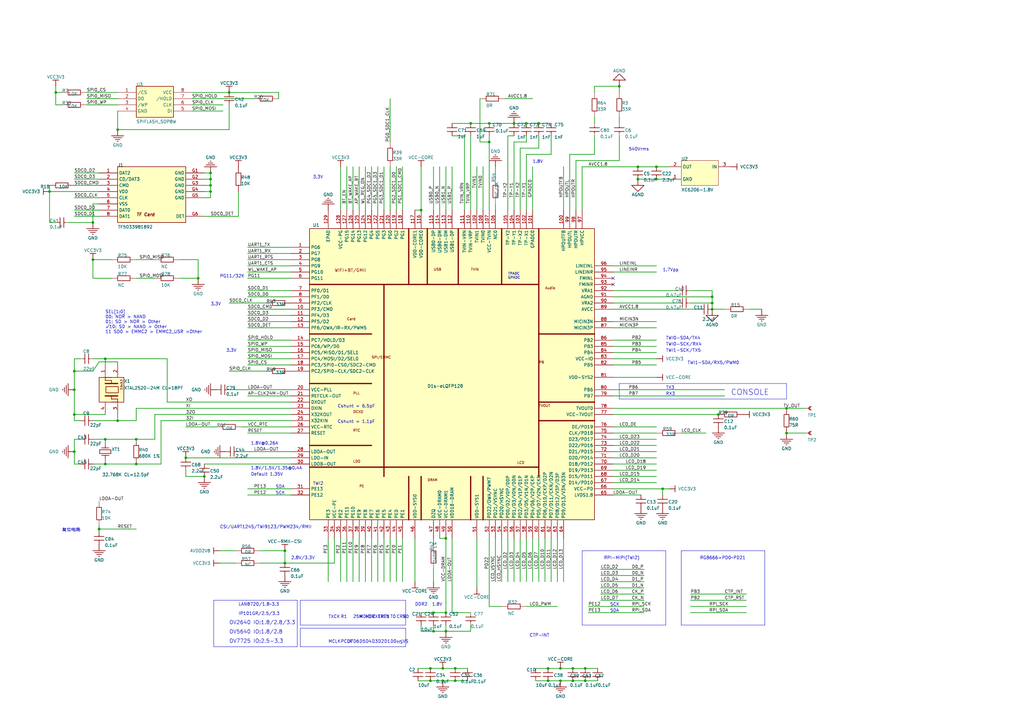
<source format=kicad_sch>
(kicad_sch (version 20211123) (generator eeschema)
  (paper "A3")
  (title_block (date "2021.12.16") (rev "V1.6"))
  (junction (at 43.18 147.1422))
  (junction (at 86.36 70.9422))
  (junction (at 55.88 190.3222))
  (junction (at 181.61 279.2222))
  (junction (at 30.48 159.8422))
  (junction (at 224.79 274.1422))
  (junction (at 30.48 152.2222))
  (junction (at 186.69 274.1422))
  (junction (at 86.36 78.5622))
  (junction (at 224.79 279.2222))
  (junction (at 83.82 195.4022))
  (junction (at 116.84 225.8822))
  (junction (at 30.48 170.0022))
  (junction (at 269.24 73.4822))
  (junction (at 200.66 58.2422))
  (junction (at 261.62 68.4022))
  (junction (at 86.36 76.0222))
  (junction (at 182.88 220.8022))
  (junction (at 269.24 68.4022))
  (junction (at 271.78 200.4822))
  (junction (at 93.98 37.9222))
  (junction (at 186.69 279.2222))
  (junction (at 38.1 91.2622))
  (junction (at 81.28 114.1222))
  (junction (at 322.58 167.4622))
  (junction (at 261.62 73.4822))
  (junction (at 234.95 274.1422))
  (junction (at 176.53 279.2222))
  (junction (at 20.32 78.5622))
  (junction (at 55.88 180.1622))
  (junction (at 176.53 274.1422))
  (junction (at 40.64 216.9922))
  (junction (at 229.87 274.1422))
  (junction (at 48.26 172.5422))
  (junction (at 210.82 50.6222))
  (junction (at 294.64 170.0022))
  (junction (at 220.98 50.6222))
  (junction (at 48.26 53.1622))
  (junction (at 193.04 50.6222))
  (junction (at 86.36 73.4822))
  (junction (at 292.1 126.8222))
  (junction (at 181.61 274.1422))
  (junction (at 234.95 279.2222))
  (junction (at 322.58 177.6222))
  (junction (at 43.18 190.3222))
  (junction (at 38.1 106.5022))
  (junction (at 30.48 185.2422))
  (junction (at 116.84 230.9622))
  (junction (at 254 35.3822))
  (junction (at 200.66 50.6222))
  (junction (at 177.8 258.9022))
  (junction (at 292.1 121.7422))
  (junction (at 229.87 279.2222))
  (junction (at 172.72 86.1822))
  (junction (at 240.03 274.1422))
  (junction (at 182.88 251.2822))
  (junction (at 292.1 124.2822))
  (junction (at 177.8 251.2822))
  (junction (at 240.03 279.2222))
  (junction (at 215.9 50.6222))
  (junction (at 22.86 37.9222))
  (junction (at 76.2 187.7822))
  (junction (at 182.88 258.9022))
  (junction (at 43.18 180.1622))
  (no_connect (at 251.46 114.1222))
  (no_connect (at 251.46 116.6622))
  (wire (pts (xy 63.5 180.1622) (xy 63.5 170.0022)) (stroke (width 0.254)))
  (wire (pts (xy 181.61 274.1422) (xy 186.69 274.1422)) (stroke (width 0.254)))
  (wire (pts (xy 224.79 279.2222) (xy 229.87 279.2222)) (stroke (width 0.254)))
  (wire (pts (xy 283.21 243.6622) (xy 306.07 243.6622)) (stroke (width 0.254)))
  (wire (pts (xy 292.1 124.2822) (xy 292.1 126.8222)) (stroke (width 0.254)))
  (polyline (pts (xy 322.58 157.3022) (xy 254 157.3022)) (stroke (width 0) (type solid)))
  (wire (pts (xy 200.66 86.1822) (xy 200.66 58.2422)) (stroke (width 0.254)))
  (wire (pts (xy 251.46 144.6022) (xy 269.24 144.6022)) (stroke (width 0.254)))
  (wire (pts (xy 81.28 106.5022) (xy 81.28 114.1222)) (stroke (width 0.254)))
  (wire (pts (xy 101.6 121.7422) (xy 119.38 121.7422)) (stroke (width 0.254)))
  (wire (pts (xy 228.6 220.8022) (xy 228.6 238.5822)) (stroke (width 0.254)))
  (wire (pts (xy 226.06 220.8022) (xy 226.06 238.5822)) (stroke (width 0.254)))
  (wire (pts (xy 264.16 238.5822) (xy 246.38 238.5822)) (stroke (width 0.254)))
  (wire (pts (xy 254 35.3822) (xy 243.84 35.3822)) (stroke (width 0.254)))
  (wire (pts (xy 182.88 251.2822) (xy 177.8 251.2822)) (stroke (width 0.254)))
  (wire (pts (xy 269.24 73.4822) (xy 261.62 73.4822)) (stroke (width 0.254)))
  (wire (pts (xy 48.26 148.4122) (xy 40.64 148.4122)) (stroke (width 0.254)))
  (wire (pts (xy 86.36 70.9422) (xy 86.36 73.4822)) (stroke (width 0.254)))
  (wire (pts (xy 101.6 149.6822) (xy 119.38 149.6822)) (stroke (width 0.254)))
  (wire (pts (xy 224.79 274.1422) (xy 229.87 274.1422)) (stroke (width 0.254)))
  (wire (pts (xy 251.46 197.9422) (xy 269.24 197.9422)) (stroke (width 0.254)))
  (wire (pts (xy 38.1 106.5022) (xy 45.72 106.5022)) (stroke (width 0.254)))
  (wire (pts (xy 208.28 86.1822) (xy 208.28 55.7022)) (stroke (width 0.254)))
  (wire (pts (xy 149.86 220.8022) (xy 149.86 238.5822)) (stroke (width 0.254)))
  (wire (pts (xy 78.74 43.0022) (xy 91.44 43.0022)) (stroke (width 0.254)))
  (wire (pts (xy 22.86 37.9222) (xy 22.86 43.0022)) (stroke (width 0.254)))
  (wire (pts (xy 220.98 60.7822) (xy 220.98 55.7022)) (stroke (width 0.254)))
  (wire (pts (xy 172.72 86.1822) (xy 170.18 86.1822)) (stroke (width 0.254)))
  (wire (pts (xy 157.48 220.8022) (xy 157.48 238.5822)) (stroke (width 0.254)))
  (wire (pts (xy 176.53 274.1422) (xy 181.61 274.1422)) (stroke (width 0.254)))
  (wire (pts (xy 193.04 251.2822) (xy 185.42 251.2822)) (stroke (width 0.254)))
  (wire (pts (xy 86.36 78.5622) (xy 86.36 76.0222)) (stroke (width 0.254)))
  (wire (pts (xy 251.46 190.3222) (xy 269.24 190.3222)) (stroke (width 0.254)))
  (wire (pts (xy 234.95 279.2222) (xy 240.03 279.2222)) (stroke (width 0.254)))
  (wire (pts (xy 207.01 40.4622) (xy 218.44 40.4622)) (stroke (width 0.254)))
  (wire (pts (xy 55.88 106.5022) (xy 63.5 106.5022)) (stroke (width 0.254)))
  (wire (pts (xy 83.82 88.7222) (xy 97.79 88.7222)) (stroke (width 0.254)))
  (wire (pts (xy 30.48 185.2422) (xy 30.48 190.3222)) (stroke (width 0.254)))
  (wire (pts (xy 251.46 159.8422) (xy 297.18 159.8422)) (stroke (width 0.254)))
  (wire (pts (xy 149.86 68.4022) (xy 149.86 86.1822)) (stroke (width 0.254)))
  (wire (pts (xy 76.2 195.4022) (xy 83.82 195.4022)) (stroke (width 0.254)))
  (wire (pts (xy 83.82 81.1022) (xy 86.36 81.1022)) (stroke (width 0.254)))
  (wire (pts (xy 200.66 220.8022) (xy 200.66 248.7422)) (stroke (width 0.254)))
  (wire (pts (xy 283.21 119.2022) (xy 292.1 119.2022)) (stroke (width 0.254)))
  (wire (pts (xy 30.48 170.0022) (xy 30.48 159.8422)) (stroke (width 0.254)))
  (wire (pts (xy 48.26 149.6822) (xy 48.26 148.4122)) (stroke (width 0.254)))
  (polyline (pts (xy 238.76 256.3622) (xy 273.05 256.3622)) (stroke (width 0) (type solid)))
  (wire (pts (xy 101.6 103.9622) (xy 119.38 103.9622)) (stroke (width 0.254)))
  (wire (pts (xy 30.48 159.8422) (xy 30.48 152.2222)) (stroke (width 0.254)))
  (wire (pts (xy 101.6 111.5822) (xy 119.38 111.5822)) (stroke (width 0.254)))
  (wire (pts (xy 251.46 131.9022) (xy 269.24 131.9022)) (stroke (width 0.254)))
  (wire (pts (xy 119.38 162.3822) (xy 101.6 162.3822)) (stroke (width 0.254)))
  (wire (pts (xy 48.26 53.1622) (xy 93.98 53.1622)) (stroke (width 0.254)))
  (wire (pts (xy 246.38 246.2022) (xy 264.16 246.2022)) (stroke (width 0.254)))
  (wire (pts (xy 229.87 279.2222) (xy 234.95 279.2222)) (stroke (width 0.254)))
  (polyline (pts (xy 238.76 256.3622) (xy 238.76 225.8822)) (stroke (width 0) (type solid)))
  (wire (pts (xy 157.48 68.4022) (xy 157.48 86.1822)) (stroke (width 0.254)))
  (wire (pts (xy 292.1 119.2022) (xy 292.1 121.7422)) (stroke (width 0.254)))
  (wire (pts (xy 193.04 55.7022) (xy 193.04 86.1822)) (stroke (width 0.254)))
  (wire (pts (xy 43.18 147.1422) (xy 38.1 147.1422)) (stroke (width 0.254)))
  (wire (pts (xy 38.1 152.2222) (xy 30.48 152.2222)) (stroke (width 0.254)))
  (wire (pts (xy 30.48 147.1422) (xy 33.02 147.1422)) (stroke (width 0.254)))
  (wire (pts (xy 177.8 238.5822) (xy 177.8 233.5022)) (stroke (width 0.254)))
  (wire (pts (xy 182.88 220.8022) (xy 182.88 251.2822)) (stroke (width 0.254)))
  (wire (pts (xy 171.45 274.1422) (xy 176.53 274.1422)) (stroke (width 0.254)))
  (wire (pts (xy 196.85 58.2422) (xy 200.66 58.2422)) (stroke (width 0.254)))
  (wire (pts (xy 40.64 76.0222) (xy 30.48 76.0222)) (stroke (width 0.254)))
  (wire (pts (xy 101.6 144.6022) (xy 119.38 144.6022)) (stroke (width 0.254)))
  (wire (pts (xy 144.78 220.8022) (xy 144.78 238.5822)) (stroke (width 0.254)))
  (wire (pts (xy 38.1 91.2622) (xy 38.1 83.6422)) (stroke (width 0.254)))
  (wire (pts (xy 119.38 177.6222) (xy 101.6 177.6222)) (stroke (width 0.254)))
  (wire (pts (xy 83.82 73.4822) (xy 86.36 73.4822)) (stroke (width 0.254)))
  (wire (pts (xy 78.74 45.5422) (xy 91.44 45.5422)) (stroke (width 0.254)))
  (wire (pts (xy 22.86 43.0022) (xy 25.4 43.0022)) (stroke (width 0.254)))
  (wire (pts (xy 171.45 279.2222) (xy 176.53 279.2222)) (stroke (width 0.254)))
  (wire (pts (xy 38.1 83.6422) (xy 40.64 83.6422)) (stroke (width 0.254)))
  (wire (pts (xy 292.1 121.7422) (xy 292.1 124.2822)) (stroke (width 0.254)))
  (wire (pts (xy 210.82 58.2422) (xy 215.9 58.2422)) (stroke (width 0.254)))
  (wire (pts (xy 40.64 148.4122) (xy 38.1 152.2222)) (stroke (width 0.254)))
  (wire (pts (xy 43.18 190.3222) (xy 38.1 190.3222)) (stroke (width 0.254)))
  (wire (pts (xy 251.46 167.4622) (xy 322.58 167.4622)) (stroke (width 0.254)))
  (wire (pts (xy 251.46 147.1422) (xy 269.24 147.1422)) (stroke (width 0.254)))
  (polyline (pts (xy 254 163.6522) (xy 322.58 163.6522)) (stroke (width 0) (type solid)))
  (wire (pts (xy 160.02 58.2422) (xy 160.02 40.4622)) (stroke (width 0.254)))
  (wire (pts (xy 101.6 142.0622) (xy 119.38 142.0622)) (stroke (width 0.254)))
  (polyline (pts (xy 273.05 225.8822) (xy 273.05 256.3622)) (stroke (width 0) (type solid)))
  (wire (pts (xy 254 48.0822) (xy 254 50.6222)) (stroke (width 0.254)))
  (wire (pts (xy 243.84 35.3822) (xy 243.84 37.9222)) (stroke (width 0.254)))
  (wire (pts (xy 93.98 159.8422) (xy 119.38 159.8422)) (stroke (width 0.254)))
  (wire (pts (xy 101.6 106.5022) (xy 119.38 106.5022)) (stroke (width 0.254)))
  (wire (pts (xy 236.22 65.8622) (xy 254 65.8622)) (stroke (width 0.254)))
  (wire (pts (xy 218.44 220.8022) (xy 218.44 238.5822)) (stroke (width 0.254)))
  (wire (pts (xy 30.48 152.2222) (xy 30.48 147.1422)) (stroke (width 0.254)))
  (wire (pts (xy 251.46 126.8222) (xy 287.02 126.8222)) (stroke (width 0.254)))
  (wire (pts (xy 238.76 86.1822) (xy 238.76 68.4022)) (stroke (width 0.254)))
  (wire (pts (xy 195.58 241.1222) (xy 195.58 220.8022)) (stroke (width 0.254)))
  (wire (pts (xy 322.58 167.4622) (xy 330.2 167.4622)) (stroke (width 0.254)))
  (wire (pts (xy 215.9 63.3222) (xy 226.06 63.3222)) (stroke (width 0.254)))
  (wire (pts (xy 86.36 81.1022) (xy 86.36 78.5622)) (stroke (width 0.254)))
  (wire (pts (xy 101.6 139.5222) (xy 119.38 139.5222)) (stroke (width 0.254)))
  (wire (pts (xy 119.38 190.3222) (xy 83.82 190.3222)) (stroke (width 0.254)))
  (polyline (pts (xy 322.58 157.3022) (xy 322.58 163.6522)) (stroke (width 0) (type solid)))
  (wire (pts (xy 55.88 180.1622) (xy 63.5 180.1622)) (stroke (width 0.254)))
  (wire (pts (xy 55.88 167.4622) (xy 55.88 172.5422)) (stroke (width 0.254)))
  (wire (pts (xy 147.32 220.8022) (xy 147.32 238.5822)) (stroke (width 0.254)))
  (wire (pts (xy 139.7 68.4022) (xy 139.7 86.1822)) (stroke (width 0.254)))
  (wire (pts (xy 210.82 86.1822) (xy 210.82 58.2422)) (stroke (width 0.254)))
  (wire (pts (xy 48.26 37.9222) (xy 35.56 37.9222)) (stroke (width 0.254)))
  (wire (pts (xy 119.38 203.0222) (xy 101.6 203.0222)) (stroke (width 0.254)))
  (wire (pts (xy 264.16 233.5022) (xy 246.38 233.5022)) (stroke (width 0.254)))
  (wire (pts (xy 101.6 129.3622) (xy 119.38 129.3622)) (stroke (width 0.254)))
  (wire (pts (xy 240.03 274.1422) (xy 245.11 274.1422)) (stroke (width 0.254)))
  (wire (pts (xy 30.48 172.5422) (xy 30.48 170.0022)) (stroke (width 0.254)))
  (wire (pts (xy 101.6 101.4222) (xy 119.38 101.4222)) (stroke (width 0.254)))
  (wire (pts (xy 264.16 236.0422) (xy 246.38 236.0422)) (stroke (width 0.254)))
  (wire (pts (xy 251.46 162.3822) (xy 297.18 162.3822)) (stroke (width 0.254)))
  (wire (pts (xy 264.16 241.1222) (xy 246.38 241.1222)) (stroke (width 0.254)))
  (wire (pts (xy 220.98 50.6222) (xy 226.06 50.6222)) (stroke (width 0.254)))
  (wire (pts (xy 251.46 185.2422) (xy 269.24 185.2422)) (stroke (width 0.254)))
  (wire (pts (xy 215.9 220.8022) (xy 215.9 238.5822)) (stroke (width 0.254)))
  (wire (pts (xy 76.2 192.8622) (xy 76.2 195.4022)) (stroke (width 0.254)))
  (wire (pts (xy 48.26 170.0022) (xy 48.26 172.5422)) (stroke (width 0.254)))
  (wire (pts (xy 251.46 203.0222) (xy 262.89 203.0222)) (stroke (width 0.254)))
  (wire (pts (xy 25.4 37.9222) (xy 22.86 37.9222)) (stroke (width 0.254)))
  (wire (pts (xy 116.84 225.8822) (xy 116.84 230.9622)) (stroke (width 0.254)))
  (wire (pts (xy 203.2 73.4822) (xy 203.2 68.4022)) (stroke (width 0.254)))
  (wire (pts (xy 251.46 139.5222) (xy 269.24 139.5222)) (stroke (width 0.254)))
  (wire (pts (xy 55.88 172.5422) (xy 48.26 172.5422)) (stroke (width 0.254)))
  (polyline (pts (xy 313.69 225.8822) (xy 313.69 256.3622)) (stroke (width 0) (type solid)))
  (polyline (pts (xy 123.19 256.3622) (xy 166.37 256.3622)) (stroke (width 0) (type solid)))
  (wire (pts (xy 90.17 225.8822) (xy 96.52 225.8822)) (stroke (width 0.254)))
  (wire (pts (xy 172.72 256.3622) (xy 172.72 258.9022)) (stroke (width 0.254)))
  (wire (pts (xy 40.64 81.1022) (xy 30.48 81.1022)) (stroke (width 0.254)))
  (wire (pts (xy 38.1 114.1222) (xy 38.1 106.5022)) (stroke (width 0.254)))
  (wire (pts (xy 154.94 220.8022) (xy 154.94 238.5822)) (stroke (width 0.254)))
  (wire (pts (xy 213.36 86.1822) (xy 213.36 60.7822)) (stroke (width 0.254)))
  (wire (pts (xy 162.56 68.4022) (xy 162.56 86.1822)) (stroke (width 0.254)))
  (wire (pts (xy 251.46 175.0822) (xy 269.24 175.0822)) (stroke (width 0.254)))
  (wire (pts (xy 172.72 68.4022) (xy 172.72 86.1822)) (stroke (width 0.254)))
  (wire (pts (xy 20.32 76.0222) (xy 20.32 78.5622)) (stroke (width 0.254)))
  (wire (pts (xy 185.42 50.6222) (xy 193.04 50.6222)) (stroke (width 0.254)))
  (wire (pts (xy 223.52 220.8022) (xy 223.52 238.5822)) (stroke (width 0.254)))
  (wire (pts (xy 226.06 63.3222) (xy 226.06 55.7022)) (stroke (width 0.254)))
  (wire (pts (xy 292.1 126.8222) (xy 297.18 126.8222)) (stroke (width 0.254)))
  (wire (pts (xy 177.8 68.4022) (xy 177.8 86.1822)) (stroke (width 0.254)))
  (wire (pts (xy 251.46 119.2022) (xy 278.13 119.2022)) (stroke (width 0.254)))
  (wire (pts (xy 78.74 37.9222) (xy 93.98 37.9222)) (stroke (width 0.254)))
  (polyline (pts (xy 279.4 256.3622) (xy 313.69 256.3622)) (stroke (width 0) (type solid)))
  (wire (pts (xy 233.68 86.1822) (xy 233.68 63.3222)) (stroke (width 0.254)))
  (wire (pts (xy 137.16 230.9622) (xy 137.16 220.8022)) (stroke (width 0.254)))
  (wire (pts (xy 186.69 279.2222) (xy 191.77 279.2222)) (stroke (width 0.254)))
  (wire (pts (xy 234.95 274.1422) (xy 240.03 274.1422)) (stroke (width 0.254)))
  (wire (pts (xy 181.61 279.2222) (xy 186.69 279.2222)) (stroke (width 0.254)))
  (polyline (pts (xy 166.37 246.2022) (xy 123.19 246.2022)) (stroke (width 0) (type solid)))
  (wire (pts (xy 190.5 55.7022) (xy 185.42 55.7022)) (stroke (width 0.254)))
  (wire (pts (xy 101.6 126.8222) (xy 119.38 126.8222)) (stroke (width 0.254)))
  (wire (pts (xy 90.17 230.9622) (xy 96.52 230.9622)) (stroke (width 0.254)))
  (wire (pts (xy 219.71 274.1422) (xy 224.79 274.1422)) (stroke (width 0.254)))
  (wire (pts (xy 40.64 88.7222) (xy 30.48 88.7222)) (stroke (width 0.254)))
  (wire (pts (xy 43.18 149.6822) (xy 43.18 147.1422)) (stroke (width 0.254)))
  (wire (pts (xy 185.42 251.2822) (xy 185.42 220.8022)) (stroke (width 0.254)))
  (wire (pts (xy 177.8 251.2822) (xy 172.72 251.2822)) (stroke (width 0.254)))
  (wire (pts (xy 215.9 58.2422) (xy 215.9 55.7022)) (stroke (width 0.254)))
  (wire (pts (xy 119.38 167.4622) (xy 55.88 167.4622)) (stroke (width 0.254)))
  (wire (pts (xy 66.04 172.5422) (xy 66.04 190.3222)) (stroke (width 0.254)))
  (wire (pts (xy 114.3 37.9222) (xy 93.98 37.9222)) (stroke (width 0.254)))
  (wire (pts (xy 182.88 68.4022) (xy 182.88 86.1822)) (stroke (width 0.254)))
  (wire (pts (xy 101.6 119.2022) (xy 119.38 119.2022)) (stroke (width 0.254)))
  (wire (pts (xy 27.94 91.2622) (xy 38.1 91.2622)) (stroke (width 0.254)))
  (wire (pts (xy 119.38 164.9222) (xy 68.58 164.9222)) (stroke (width 0.254)))
  (wire (pts (xy 48.26 40.4622) (xy 35.56 40.4622)) (stroke (width 0.254)))
  (wire (pts (xy 30.48 180.1622) (xy 30.48 185.2422)) (stroke (width 0.254)))
  (wire (pts (xy 200.66 58.2422) (xy 200.66 55.7022)) (stroke (width 0.254)))
  (wire (pts (xy 43.18 180.1622) (xy 55.88 180.1622)) (stroke (width 0.254)))
  (wire (pts (xy 330.2 177.6222) (xy 322.58 177.6222)) (stroke (width 0.254)))
  (wire (pts (xy 144.78 68.4022) (xy 144.78 86.1822)) (stroke (width 0.254)))
  (wire (pts (xy 68.58 147.1422) (xy 43.18 147.1422)) (stroke (width 0.254)))
  (polyline (pts (xy 166.37 257.6322) (xy 166.37 265.2522)) (stroke (width 0) (type solid)))
  (wire (pts (xy 147.32 68.4022) (xy 147.32 86.1822)) (stroke (width 0.254)))
  (wire (pts (xy 283.21 248.7422) (xy 306.07 248.7422)) (stroke (width 0.254)))
  (polyline (pts (xy 123.19 265.2522) (xy 123.19 257.6322)) (stroke (width 0) (type solid)))
  (wire (pts (xy 176.53 279.2222) (xy 181.61 279.2222)) (stroke (width 0.254)))
  (wire (pts (xy 208.28 220.8022) (xy 208.28 238.5822)) (stroke (width 0.254)))
  (wire (pts (xy 215.9 50.6222) (xy 220.98 50.6222)) (stroke (width 0.254)))
  (wire (pts (xy 48.26 43.0022) (xy 35.56 43.0022)) (stroke (width 0.254)))
  (wire (pts (xy 251.46 180.1622) (xy 269.24 180.1622)) (stroke (width 0.254)))
  (wire (pts (xy 279.4 177.6222) (xy 289.56 177.6222)) (stroke (width 0.254)))
  (wire (pts (xy 33.02 180.1622) (xy 30.48 180.1622)) (stroke (width 0.254)))
  (wire (pts (xy 40.64 70.9422) (xy 30.48 70.9422)) (stroke (width 0.254)))
  (wire (pts (xy 233.68 63.3222) (xy 243.84 63.3222)) (stroke (width 0.254)))
  (wire (pts (xy 180.34 68.4022) (xy 180.34 86.1822)) (stroke (width 0.254)))
  (wire (pts (xy 186.69 274.1422) (xy 191.77 274.1422)) (stroke (width 0.254)))
  (wire (pts (xy 219.71 279.2222) (xy 224.79 279.2222)) (stroke (width 0.254)))
  (wire (pts (xy 93.98 53.1622) (xy 93.98 43.0022)) (stroke (width 0.254)))
  (wire (pts (xy 180.34 220.8022) (xy 182.88 220.8022)) (stroke (width 0.254)))
  (wire (pts (xy 101.6 131.9022) (xy 119.38 131.9022)) (stroke (width 0.254)))
  (wire (pts (xy 40.64 73.4822) (xy 30.48 73.4822)) (stroke (width 0.254)))
  (wire (pts (xy 200.66 50.6222) (xy 210.82 50.6222)) (stroke (width 0.254)))
  (wire (pts (xy 101.6 147.1422) (xy 119.38 147.1422)) (stroke (width 0.254)))
  (wire (pts (xy 231.14 220.8022) (xy 231.14 238.5822)) (stroke (width 0.254)))
  (wire (pts (xy 33.02 172.5422) (xy 30.48 172.5422)) (stroke (width 0.254)))
  (wire (pts (xy 236.22 86.1822) (xy 236.22 65.8622)) (stroke (width 0.254)))
  (wire (pts (xy 48.26 45.5422) (xy 48.26 53.1622)) (stroke (width 0.254)))
  (wire (pts (xy 269.24 68.4022) (xy 274.32 68.4022)) (stroke (width 0.254)))
  (wire (pts (xy 48.26 172.5422) (xy 38.1 172.5422)) (stroke (width 0.254)))
  (wire (pts (xy 229.87 274.1422) (xy 234.95 274.1422)) (stroke (width 0.254)))
  (wire (pts (xy 203.2 220.8022) (xy 203.2 238.5822)) (stroke (width 0.254)))
  (wire (pts (xy 182.88 256.3622) (xy 182.88 258.9022)) (stroke (width 0.254)))
  (wire (pts (xy 177.8 256.3622) (xy 177.8 258.9022)) (stroke (width 0.254)))
  (wire (pts (xy 251.46 154.7622) (xy 269.24 154.7622)) (stroke (width 0.254)))
  (wire (pts (xy 271.78 200.4822) (xy 274.32 200.4822)) (stroke (width 0.254)))
  (wire (pts (xy 195.58 68.4022) (xy 195.58 86.1822)) (stroke (width 0.254)))
  (wire (pts (xy 106.68 230.9622) (xy 116.84 230.9622)) (stroke (width 0.254)))
  (wire (pts (xy 142.24 68.4022) (xy 142.24 86.1822)) (stroke (width 0.254)))
  (polyline (pts (xy 313.69 225.8822) (xy 279.4 225.8822)) (stroke (width 0) (type solid)))
  (wire (pts (xy 81.28 114.1222) (xy 73.66 114.1222)) (stroke (width 0.254)))
  (wire (pts (xy 63.5 170.0022) (xy 119.38 170.0022)) (stroke (width 0.254)))
  (wire (pts (xy 251.46 187.7822) (xy 269.24 187.7822)) (stroke (width 0.254)))
  (wire (pts (xy 251.46 111.5822) (xy 269.24 111.5822)) (stroke (width 0.254)))
  (wire (pts (xy 210.82 50.6222) (xy 215.9 50.6222)) (stroke (width 0.254)))
  (wire (pts (xy 198.12 68.4022) (xy 198.12 86.1822)) (stroke (width 0.254)))
  (wire (pts (xy 283.21 246.2022) (xy 306.07 246.2022)) (stroke (width 0.254)))
  (wire (pts (xy 251.46 121.7422) (xy 292.1 121.7422)) (stroke (width 0.254)))
  (wire (pts (xy 40.64 78.5622) (xy 20.32 78.5622)) (stroke (width 0.254)))
  (wire (pts (xy 190.5 86.1822) (xy 190.5 55.7022)) (stroke (width 0.254)))
  (wire (pts (xy 99.06 175.0822) (xy 119.38 175.0822)) (stroke (width 0.254)))
  (wire (pts (xy 218.44 86.1822) (xy 218.44 68.4022)) (stroke (width 0.254)))
  (wire (pts (xy 66.04 190.3222) (xy 55.88 190.3222)) (stroke (width 0.254)))
  (wire (pts (xy 193.04 258.9022) (xy 193.04 256.3622)) (stroke (width 0.254)))
  (wire (pts (xy 45.72 114.1222) (xy 38.1 114.1222)) (stroke (width 0.254)))
  (wire (pts (xy 251.46 182.7022) (xy 269.24 182.7022)) (stroke (width 0.254)))
  (wire (pts (xy 251.46 134.4422) (xy 269.24 134.4422)) (stroke (width 0.254)))
  (polyline (pts (xy 279.4 256.3622) (xy 279.4 225.8822)) (stroke (width 0) (type solid)))
  (wire (pts (xy 93.98 124.2822) (xy 109.22 124.2822)) (stroke (width 0.254)))
  (wire (pts (xy 261.62 68.4022) (xy 269.24 68.4022)) (stroke (width 0.254)))
  (wire (pts (xy 231.14 68.4022) (xy 231.14 86.1822)) (stroke (width 0.254)))
  (wire (pts (xy 251.46 200.4822) (xy 271.78 200.4822)) (stroke (width 0.254)))
  (polyline (pts (xy 166.37 257.6322) (xy 123.19 257.6322)) (stroke (width 0) (type solid)))
  (polyline (pts (xy 121.92 246.2022) (xy 87.63 246.2022)) (stroke (width 0) (type solid)))
  (wire (pts (xy 101.6 114.1222) (xy 119.38 114.1222)) (stroke (width 0.254)))
  (wire (pts (xy 134.62 220.8022) (xy 134.62 238.5822)) (stroke (width 0.254)))
  (wire (pts (xy 170.18 220.8022) (xy 170.18 238.5822)) (stroke (width 0.254)))
  (wire (pts (xy 251.46 109.0422) (xy 269.24 109.0422)) (stroke (width 0.254)))
  (wire (pts (xy 83.82 78.5622) (xy 86.36 78.5622)) (stroke (width 0.254)))
  (wire (pts (xy 165.1 68.4022) (xy 165.1 86.1822)) (stroke (width 0.254)))
  (wire (pts (xy 283.21 251.2822) (xy 306.07 251.2822)) (stroke (width 0.254)))
  (wire (pts (xy 20.32 91.2622) (xy 22.86 91.2622)) (stroke (width 0.254)))
  (wire (pts (xy 30.48 190.3222) (xy 33.02 190.3222)) (stroke (width 0.254)))
  (wire (pts (xy 254 37.9222) (xy 254 35.3822)) (stroke (width 0.254)))
  (polyline (pts (xy 121.92 246.2022) (xy 121.92 265.2522)) (stroke (width 0) (type solid)))
  (wire (pts (xy 251.46 124.2822) (xy 278.13 124.2822)) (stroke (width 0.254)))
  (wire (pts (xy 83.82 70.9422) (xy 86.36 70.9422)) (stroke (width 0.254)))
  (wire (pts (xy 215.9 248.7422) (xy 228.6 248.7422)) (stroke (width 0.254)))
  (wire (pts (xy 177.8 258.9022) (xy 182.88 258.9022)) (stroke (width 0.254)))
  (polyline (pts (xy 273.05 225.8822) (xy 238.76 225.8822)) (stroke (width 0) (type solid)))
  (wire (pts (xy 38.1 180.1622) (xy 43.18 180.1622)) (stroke (width 0.254)))
  (wire (pts (xy 119.38 172.5422) (xy 66.04 172.5422)) (stroke (width 0.254)))
  (wire (pts (xy 210.82 220.8022) (xy 210.82 238.5822)) (stroke (width 0.254)))
  (wire (pts (xy 251.46 170.0022) (xy 294.64 170.0022)) (stroke (width 0.254)))
  (wire (pts (xy 215.9 86.1822) (xy 215.9 63.3222)) (stroke (width 0.254)))
  (wire (pts (xy 274.32 73.4822) (xy 269.24 73.4822)) (stroke (width 0.254)))
  (wire (pts (xy 196.85 40.4622) (xy 196.85 58.2422)) (stroke (width 0.254)))
  (wire (pts (xy 160.02 86.1822) (xy 160.02 68.4022)) (stroke (width 0.254)))
  (polyline (pts (xy 123.19 256.3622) (xy 123.19 246.2022)) (stroke (width 0) (type solid)))
  (wire (pts (xy 40.64 215.7222) (xy 40.64 216.9922)) (stroke (width 0.254)))
  (wire (pts (xy 55.88 190.3222) (xy 43.18 190.3222)) (stroke (width 0.254)))
  (wire (pts (xy 55.88 114.1222) (xy 63.5 114.1222)) (stroke (width 0.254)))
  (wire (pts (xy 307.34 126.8222) (xy 312.42 126.8222)) (stroke (width 0.254)))
  (wire (pts (xy 208.28 55.7022) (xy 210.82 55.7022)) (stroke (width 0.254)))
  (wire (pts (xy 86.36 76.0222) (xy 83.82 76.0222)) (stroke (width 0.254)))
  (wire (pts (xy 251.46 177.6222) (xy 269.24 177.6222)) (stroke (width 0.254)))
  (wire (pts (xy 43.18 170.0022) (xy 30.48 170.0022)) (stroke (width 0.254)))
  (wire (pts (xy 172.72 258.9022) (xy 177.8 258.9022)) (stroke (width 0.254)))
  (wire (pts (xy 251.46 149.6822) (xy 269.24 149.6822)) (stroke (width 0.254)))
  (wire (pts (xy 40.64 86.1822) (xy 30.48 86.1822)) (stroke (width 0.254)))
  (wire (pts (xy 200.66 248.7422) (xy 205.74 248.7422)) (stroke (width 0.254)))
  (wire (pts (xy 86.36 73.4822) (xy 86.36 76.0222)) (stroke (width 0.254)))
  (wire (pts (xy 101.6 109.0422) (xy 119.38 109.0422)) (stroke (width 0.254)))
  (wire (pts (xy 97.79 88.7222) (xy 97.79 78.5622)) (stroke (width 0.254)))
  (polyline (pts (xy 166.37 246.2022) (xy 166.37 256.3622)) (stroke (width 0) (type solid)))
  (wire (pts (xy 193.04 50.6222) (xy 200.66 50.6222)) (stroke (width 0.254)))
  (wire (pts (xy 238.76 68.4022) (xy 261.62 68.4022)) (stroke (width 0.254)))
  (wire (pts (xy 160.02 220.8022) (xy 160.02 238.5822)) (stroke (width 0.254)))
  (wire (pts (xy 114.3 40.4622) (xy 114.3 37.9222)) (stroke (width 0.254)))
  (wire (pts (xy 119.38 187.7822) (xy 76.2 187.7822)) (stroke (width 0.254)))
  (wire (pts (xy 142.24 220.8022) (xy 142.24 238.5822)) (stroke (width 0.254)))
  (wire (pts (xy 76.2 175.0822) (xy 88.9 175.0822)) (stroke (width 0.254)))
  (wire (pts (xy 22.86 35.3822) (xy 22.86 37.9222)) (stroke (width 0.254)))
  (wire (pts (xy 251.46 195.4022) (xy 269.24 195.4022)) (stroke (width 0.254)))
  (wire (pts (xy 241.3 251.2822) (xy 264.16 251.2822)) (stroke (width 0.254)))
  (polyline (pts (xy 87.63 265.2522) (xy 87.63 246.2022)) (stroke (width 0) (type solid)))
  (wire (pts (xy 251.46 192.8622) (xy 269.24 192.8622)) (stroke (width 0.254)))
  (wire (pts (xy 220.98 220.8022) (xy 220.98 238.5822)) (stroke (width 0.254)))
  (wire (pts (xy 154.94 68.4022) (xy 154.94 86.1822)) (stroke (width 0.254)))
  (wire (pts (xy 73.66 106.5022) (xy 81.28 106.5022)) (stroke (width 0.254)))
  (wire (pts (xy 119.38 185.2422) (xy 97.79 185.2422)) (stroke (width 0.254)))
  (wire (pts (xy 251.46 142.0622) (xy 269.24 142.0622)) (stroke (width 0.254)))
  (wire (pts (xy 271.78 203.0222) (xy 271.78 200.4822)) (stroke (width 0.254)))
  (wire (pts (xy 101.6 134.4422) (xy 119.38 134.4422)) (stroke (width 0.254)))
  (polyline (pts (xy 254 163.6522) (xy 254 157.3022)) (stroke (width 0) (type solid)))
  (wire (pts (xy 243.84 50.6222) (xy 243.84 48.0822)) (stroke (width 0.254)))
  (wire (pts (xy 203.2 83.6422) (xy 203.2 86.1822)) (stroke (width 0.254)))
  (wire (pts (xy 40.64 216.9922) (xy 40.64 218.2622)) (stroke (width 0.254)))
  (wire (pts (xy 165.1 220.8022) (xy 165.1 238.5822)) (stroke (width 0.254)))
  (wire (pts (xy 139.7 220.8022) (xy 139.7 238.5822)) (stroke (width 0.254)))
  (wire (pts (xy 152.4 220.8022) (xy 152.4 238.5822)) (stroke (width 0.254)))
  (wire (pts (xy 243.84 63.3222) (xy 243.84 55.7022)) (stroke (width 0.254)))
  (polyline (pts (xy 123.19 265.2522) (xy 166.37 265.2522)) (stroke (width 0) (type solid)))
  (wire (pts (xy 241.3 248.7422) (xy 264.16 248.7422)) (stroke (width 0.254)))
  (wire (pts (xy 109.22 152.2222) (xy 93.98 152.2222)) (stroke (width 0.254)))
  (wire (pts (xy 68.58 164.9222) (xy 68.58 147.1422)) (stroke (width 0.254)))
  (wire (pts (xy 106.68 225.8822) (xy 116.84 225.8822)) (stroke (width 0.254)))
  (wire (pts (xy 78.74 40.4622) (xy 104.14 40.4622)) (stroke (width 0.254)))
  (wire (pts (xy 177.8 223.3422) (xy 177.8 220.8022)) (stroke (width 0.254)))
  (wire (pts (xy 119.38 200.4822) (xy 101.6 200.4822)) (stroke (width 0.254)))
  (wire (pts (xy 254 65.8622) (xy 254 55.7022)) (stroke (width 0.254)))
  (wire (pts (xy 240.03 279.2222) (xy 245.11 279.2222)) (stroke (width 0.254)))
  (wire (pts (xy 162.56 220.8022) (xy 162.56 238.5822)) (stroke (width 0.254)))
  (polyline (pts (xy 87.63 265.2522) (xy 121.92 265.2522)) (stroke (width 0) (type solid)))
  (wire (pts (xy 213.36 60.7822) (xy 220.98 60.7822)) (stroke (width 0.254)))
  (wire (pts (xy 116.84 230.9622) (xy 137.16 230.9622)) (stroke (width 0.254)))
  (wire (pts (xy 20.32 78.5622) (xy 20.32 91.2622)) (stroke (width 0.254)))
  (wire (pts (xy 40.64 216.9922) (xy 55.88 216.9922)) (stroke (width 0.254)))
  (wire (pts (xy 283.21 124.2822) (xy 292.1 124.2822)) (stroke (width 0.254)))
  (wire (pts (xy 185.42 68.4022) (xy 185.42 86.1822)) (stroke (width 0.254)))
  (wire (pts (xy 213.36 220.8022) (xy 213.36 238.5822)) (stroke (width 0.254)))
  (wire (pts (xy 152.4 68.4022) (xy 152.4 86.1822)) (stroke (width 0.254)))
  (wire (pts (xy 182.88 258.9022) (xy 193.04 258.9022)) (stroke (width 0.254)))
  (wire (pts (xy 205.74 220.8022) (xy 205.74 238.5822)) (stroke (width 0.254)))
  (wire (pts (xy 264.16 243.6622) (xy 246.38 243.6622)) (stroke (width 0.254)))
  (text "D7" (at 142.24 263.9822 180) (effects (font (size 1.27 1.27)) (justify left bottom)))
  (text "TWI1-SDA/RX5/PWM0" (at 281.94 149.6822 180) (effects (font (size 1.27 1.27)) (justify left bottom)))
  (text "OV7725 IO:2.5-3.3" (at 93.98 263.9822 180) (effects (font (size 1.524 1.524)) (justify left bottom)))
  (text "PCLK" (at 139.7 263.9822 180) (effects (font (size 1.27 1.27)) (justify left bottom)))
  (text "1.8V@0.26A" (at 102.87 182.7022 180) (effects (font (size 1.27 1.27)) (justify left bottom)))
  (text "RX3" (at 273.05 162.3822 180) (effects (font (size 1.27 1.27)) (justify left bottom)))
  (text "PG11/32K" (at 90.17 114.1222 180) (effects (font (size 1.27 1.27)) (justify left bottom)))
  (text "LAN8720/1.8~3.3" (at 97.79 248.7422 180) (effects (font (size 1.27 1.27)) (justify left bottom)))
  (text "TX3" (at 273.05 159.8422 180) (effects (font (size 1.27 1.27)) (justify left bottom)))
  (text "3.3V" (at 128.27 73.4822 180) (effects (font (size 1.27 1.27)) (justify left bottom)))
  (text "CSI/UART1245/TWI9123/PWM234/RMII" (at 90.17 216.9922 180) (effects (font (size 1.27 1.27)) (justify left bottom)))
  (text "RGB666=PD0~PD21" (at 287.02 229.6922 180) (effects (font (size 1.27 1.27)) (justify left bottom)))
  (text "复位电路" (at 25.4 218.2622 180) (effects (font (size 1.27 1.27)) (justify left bottom)))
  (text "OV5640 IO:1.8/2.8" (at 93.98 260.1722 180) (effects (font (size 1.524 1.524)) (justify left bottom)))
  (text "D3" (at 152.4 263.9822 180) (effects (font (size 1.27 1.27)) (justify left bottom)))
  (text "T0" (at 160.02 253.8222 180) (effects (font (size 1.27 1.27)) (justify left bottom)))
  (text "SCK" (at 250.19 248.7422 180) (effects (font (size 1.27 1.27)) (justify left bottom)))
  (text "SDA" (at 113.03 200.4822 180) (effects (font (size 1.27 1.27)) (justify left bottom)))
  (text "SCK" (at 113.03 203.0222 180) (effects (font (size 1.27 1.27)) (justify left bottom)))
  (text "CONSOLE" (at 299.72 162.3822 180) (effects (font (size 2.286 2.286)) (justify left bottom)))
  (text "1.8V/1.5V/1.35@0.4A" (at 102.87 192.8622 180) (effects (font (size 1.27 1.27)) (justify left bottom)))
  (text "Cshunt = 1.1pF" (at 138.43 173.8122 180) (effects (font (size 1.27 1.27)) (justify left bottom)))
  (text "25M" (at 144.78 253.8222 180) (effects (font (size 1.27 1.27)) (justify left bottom)))
  (text "SDA" (at 250.19 251.2822 180) (effects (font (size 1.27 1.27)) (justify left bottom)))
  (text "TWI0-SCK/RX4" (at 273.05 142.0622 180) (effects (font (size 1.27 1.27)) (justify left bottom)))
  (text "RXER" (at 152.4 253.8222 180) (effects (font (size 1.27 1.27)) (justify left bottom)))
  (text "MDIO" (at 147.32 253.8222 180) (effects (font (size 1.27 1.27)) (justify left bottom)))
  (text "R0" (at 165.1 253.8222 180) (effects (font (size 1.27 1.27)) (justify left bottom)))
  (text "D0" (at 160.02 263.9822 180) (effects (font (size 1.27 1.27)) (justify left bottom)))
  (text "D5" (at 147.32 263.9822 180) (effects (font (size 1.27 1.27)) (justify left bottom)))
  (text "1.7Vpp" (at 271.78 111.5822 180) (effects (font (size 1.27 1.27)) (justify left bottom)))
  (text "Cshunt = 6.5pF" (at 138.43 167.4622 180) (effects (font (size 1.27 1.27)) (justify left bottom)))
  (text "TWI0-SDA/TX4" (at 273.05 139.5222 180) (effects (font (size 1.27 1.27)) (justify left bottom)))
  (text "R1" (at 139.7 253.8222 180) (effects (font (size 1.27 1.27)) (justify left bottom)))
  (text "DDR2  1.8V" (at 170.18 248.7422 180) (effects (font (size 1.27 1.27)) (justify left bottom)))
  (text "1.8V" (at 218.44 67.1322 180) (effects (font (size 1.27 1.27)) (justify left bottom)))
  (text "HS" (at 162.56 264.2362 180) (effects (font (size 1.27 1.27)) (justify left bottom)))
  (text "TWI2" (at 128.27 199.2122 180) (effects (font (size 1.27 1.27)) (justify left bottom)))
  (text "D6" (at 144.78 263.9822 180) (effects (font (size 1.27 1.27)) (justify left bottom)))
  (text "TPADC\nGPADC" (at 208.28 114.6302 0) (effects (font (size 1.016 1.016)) (justify left bottom)))
  (text "RPI-MIPI(TWI2)" (at 247.65 229.6922 180) (effects (font (size 1.27 1.27)) (justify left bottom)))
  (text "OV2640 IO:1.8/2.8/3.3" (at 93.98 256.3622 180) (effects (font (size 1.524 1.524)) (justify left bottom)))
  (text "2.8V/3.3V" (at 119.38 229.6922 180) (effects (font (size 1.27 1.27)) (justify left bottom)))
  (text "540Vrms" (at 257.81 62.0522 180) (effects (font (size 1.27 1.27)) (justify left bottom)))
  (text "CTP-INT" (at 217.17 261.4422 180) (effects (font (size 1.27 1.27)) (justify left bottom)))
  (text "IP101GR/2.5/3.3" (at 97.79 252.5522 180) (effects (font (size 1.27 1.27)) (justify left bottom)))
  (text "Default 1.35V" (at 102.87 195.4022 180) (effects (font (size 1.27 1.27)) (justify left bottom)))
  (text "D4" (at 149.86 263.9822 180) (effects (font (size 1.27 1.27)) (justify left bottom)))
  (text "CRS" (at 162.56 253.8222 180) (effects (font (size 1.27 1.27)) (justify left bottom)))
  (text "TXEN" (at 154.94 253.8222 180) (effects (font (size 1.27 1.27)) (justify left bottom)))
  (text "3.3V" (at 92.71 144.6022 180) (effects (font (size 1.27 1.27)) (justify left bottom)))
  (text "3.3V" (at 86.36 125.5522 180) (effects (font (size 1.27 1.27)) (justify left bottom)))
  (text "TWI1-SCK/TX5" (at 273.05 144.6022 180) (effects (font (size 1.27 1.27)) (justify left bottom)))
  (text "TXCK" (at 134.62 253.8222 180) (effects (font (size 1.27 1.27)) (justify left bottom)))
  (text "T1" (at 157.48 253.8222 180) (effects (font (size 1.27 1.27)) (justify left bottom)))
  (text "VS" (at 165.1 263.9822 180) (effects (font (size 1.27 1.27)) (justify left bottom)))
  (text "D2" (at 154.94 263.9822 180) (effects (font (size 1.27 1.27)) (justify left bottom)))
  (text "D1" (at 157.48 263.9822 180) (effects (font (size 1.27 1.27)) (justify left bottom)))
  (text "MCLK" (at 134.62 263.9822 180) (effects (font (size 1.27 1.27)) (justify left bottom)))
  (text "MDC" (at 149.86 253.8222 180) (effects (font (size 1.27 1.27)) (justify left bottom)))
  (text "SEL[1:0]\n00: NOR > NAND\n01: SD > NOR > Other\n√10: SD > NAND > Other\n11 SD0 > EMMC2 > EMMC2_USR >Other" (at 43.18 136.9822 0) (effects (font (size 1.27 1.27)) (justify left bottom)))
  (label "RPI_SCK" (at 259.08 248.7422 0))
  (label "LCD_D22" (at 254 182.7022 0))
  (label "XI" (at 76.2 167.4622 0))
  (label "LCD_D19" (at 256.54 192.8622 0))
  (label "RESET" (at 48.26 216.9922 0))
  (label "PE4" (at 160.02 227.1522 90))
  (label "SDC0_D2" (at 101.6 131.9022 0))
  (label "SDC0_DET" (at 101.6 134.4422 0))
  (label "LCD_VSYNC" (at 203.2 238.5822 90))
  (label "32O" (at 76.2 170.0022 0))
  (label "LCD_D6" (at 218.44 233.5022 90))
  (label "LDOA-OUT" (at 101.6 159.8422 0))
  (label "PE5" (at 157.48 227.1522 90))
  (label "LCD_DE" (at 254 175.0822 0))
  (label "LCD_D13" (at 231.14 233.5022 90))
  (label "WL_REG_ON" (at 149.86 83.6422 90))
  (label "CTP_INT" (at 297.18 243.6622 0))
  (label "USB0_P" (at 177.8 83.6422 90))
  (label "PE2" (at 139.7 227.1522 90))
  (label "LCD_D20" (at 254 187.7822 0))
  (label "SDC0_CLK" (at 93.98 124.2822 0))
  (label "LDOA-OUT" (at 40.64 205.5622 0))
  (label "PE12" (at 104.14 203.0222 0))
  (label "TP-Y1" (at 210.82 81.1022 90))
  (label "PB5" (at 259.08 149.6822 0))
  (label "PE13" (at 241.3 251.2822 0))
  (label "LCD_D5" (at 215.9 233.5022 90))
  (label "UART1_CTS" (at 101.6 109.0422 0))
  (label "SDC0_D1" (at 30.48 88.7222 0))
  (label "LDOA-OUT" (at 251.46 203.0222 0))
  (label "RPI_SDA" (at 290.83 251.2822 0))
  (label "D0_N" (at 259.08 236.0422 0))
  (label "BT_EN" (at 142.24 83.6422 90))
  (label "TVIN_VRN" (at 190.5 83.6422 90))
  (label "SDC0_DET" (at 86.36 88.7222 0))
  (label "USB1_N" (at 182.88 83.6422 90))
  (label "TVIN1" (at 195.58 77.2922 90))
  (label "CTP_RST" (at 297.18 246.2022 0))
  (label "LCD_D15" (at 254 195.4022 0))
  (label "SDC0_CMD" (at 30.48 76.0222 0))
  (label "PG1_SDC1_CMD" (at 165.1 83.6422 90))
  (label "TVIN0" (at 198.12 77.2922 90))
  (label "LCD_D11" (at 226.06 233.5022 90))
  (label "SPI0_CS" (at 35.56 37.9222 0))
  (label "LINEINR" (at 254 111.5822 0))
  (label "SPI0_MISO" (at 35.56 40.4622 0))
  (label "PE7" (at 152.4 227.1522 90))
  (label "UART1_RTS" (at 101.6 106.5022 0))
  (label "PG11" (at 101.6 114.1222 0))
  (label "LDOA-OUT" (at 76.2 175.0822 0))
  (label "PE0" (at 162.56 227.1522 90))
  (label "SDC0_D0" (at 30.48 86.1822 0))
  (label "LDOA-OUT" (at 104.14 185.2422 0))
  (label "SPI0_HOLD" (at 101.6 139.5222 0))
  (label "PB2" (at 259.08 139.5222 0))
  (label "PB6" (at 257.81 159.8422 0))
  (label "PG5_SDC1_D3" (at 154.94 83.6422 90))
  (label "PB3" (at 259.08 142.0622 0))
  (label "SPI0_MISO" (at 101.6 144.6022 0))
  (label "LCD_D23" (at 254 180.1622 0))
  (label "SPI0_HOLD" (at 78.74 40.4622 0))
  (label "SPI0_CS" (at 101.6 149.6822 0))
  (label "SDC0_D3" (at 101.6 129.3622 0))
  (label "CK_N" (at 259.08 246.2022 0))
  (label "LCD_D4" (at 246.38 238.5822 0))
  (label "PG4_SDC1_D2" (at 152.4 83.6422 90))
  (label "LCD_D12" (at 228.6 233.5022 90))
  (label "LCD_D7" (at 220.98 233.5022 90))
  (label "PG0_SDC1_CLK" (at 160.02 58.2422 90))
  (label "LCD_D6" (at 246.38 243.6622 0))
  (label "SPI0_CLK" (at 78.74 43.0022 0))
  (label "SDC0_CLK" (at 30.48 81.1022 0))
  (label "PE12" (at 241.3 248.7422 0))
  (label "LCD_HSYNC" (at 205.74 238.5822 90))
  (label "LCD_D3" (at 210.82 233.5022 90))
  (label "PE10" (at 144.78 227.1522 90))
  (label "TP-X2" (at 213.36 81.1022 90))
  (label "PE13" (at 104.14 200.4822 0))
  (label "LCD_D7" (at 246.38 246.2022 0))
  (label "LCD_CLK" (at 279.4 177.6222 0))
  (label "USB1_P" (at 185.42 83.6422 90))
  (label "PB2" (at 283.21 246.2022 0))
  (label "LCD_D4" (at 213.36 233.5022 90))
  (label "SPI0_WP" (at 101.6 142.0622 0))
  (label "PG2_SDC1_D0" (at 162.56 83.6422 90))
  (label "AVCC1.8" (at 254 126.8222 0))
  (label "WL_WAKE_AP" (at 101.6 111.5822 0))
  (label "GPADC0" (at 218.44 81.1022 90))
  (label "MICIN3P" (at 254 134.4422 0))
  (label "SPI0_WP" (at 35.56 43.0022 0))
  (label "PE11" (at 142.24 227.1522 90))
  (label "PG3_SDC1_D1" (at 157.48 83.6422 90))
  (label "SDC0_D0" (at 101.6 121.7422 0))
  (label "D1_P" (at 259.08 238.5822 0))
  (label "SPI0_MOSI" (at 78.74 45.5422 0))
  (label "PB7" (at 257.81 162.3822 0))
  (label "AVCC1.8" (at 208.28 40.4622 0))
  (label "PB3" (at 283.21 243.6622 0))
  (label "USB0_N" (at 180.34 83.6422 90))
  (label "VCC-DRAM" (at 182.88 238.5822 90))
  (label "SDC0_D3" (at 30.48 73.4822 0))
  (label "MICIN3N" (at 254 131.9022 0))
  (label "TVIN_VRP" (at 193.04 83.6422 90))
  (label "SDC0_D2" (at 30.48 70.9422 0))
  (label "TP-X1" (at 215.9 81.1022 90))
  (label "SDC0_CMD" (at 101.6 126.8222 0))
  (label "LDOA-OUT" (at 185.42 238.5822 90))
  (label "LCD_D21" (at 254 185.2422 0))
  (label "PE3" (at 134.62 227.1522 90))
  (label "HPOUTFB" (at 231.14 81.1022 90))
  (label "LCD_D2" (at 246.38 233.5022 0))
  (label "AVCC1.8" (at 241.3 68.4022 0))
  (label "XO" (at 76.2 164.9222 0))
  (label "LCD_D5" (at 246.38 241.1222 0))
  (label "LCD_D18" (at 256.54 190.3222 0))
  (label "TP-Y2" (at 208.28 81.1022 90))
  (label "SPI0_CLK" (at 93.98 152.2222 0))
  (label "SPI0_MOSI" (at 57.15 114.1222 0))
  (label "UART1_TX" (at 101.6 101.4222 0))
  (label "PE1" (at 165.1 227.1522 90))
  (label "CK_P" (at 259.08 243.6622 0))
  (label "PB4" (at 259.08 144.6022 0))
  (label "LCD_D3" (at 246.38 236.0422 0))
  (label "TV_OUT" (at 321.31 167.4622 0))
  (label "RPI_SDA" (at 259.08 251.2822 0))
  (label "HPOUTR" (at 236.22 81.1022 90))
  (label "LCD_D10" (at 223.52 233.5022 90))
  (label "HPOUTL" (at 233.68 81.1022 90))
  (label "PE6" (at 154.94 227.1522 90))
  (label "SDC0_D1" (at 101.6 119.2022 0))
  (label "LCD_PWM" (at 217.17 248.7422 0))
  (label "UART1_RX" (at 101.6 103.9622 0))
  (label "LINEINL" (at 254 109.0422 0))
  (label "D1_N" (at 259.08 241.1222 0))
  (label "32I" (at 76.2 172.5422 0))
  (label "LCD_D2" (at 208.28 233.5022 90))
  (label "PE8" (at 149.86 227.1522 90))
  (label "PE9" (at 147.32 227.1522 90))
  (label "AP-CLK24M-OUT" (at 101.6 162.3822 0))
  (label "SPI0_MISO" (at 57.15 106.5022 0))
  (label "SPI0_MOSI" (at 101.6 147.1422 0))
  (label "AP_WAKE_BT" (at 147.32 83.6422 90))
  (label "VCC_RTC" (at 101.6 175.0822 0))
  (label "D0_P" (at 259.08 233.5022 0))
  (label "LCD_D14" (at 254 197.9422 0))
  (label "BT_WAKE_AP" (at 144.78 83.6422 90))
  (label "RESET" (at 101.6 177.6222 0))
  (label "RPI_SCK" (at 290.83 248.7422 0))
  (label "PD22" (at 200.66 233.5022 90))
  (symbol (lib_id "D1s-altium-import:0_RES") (at 108.966 124.2822 0) (unit 1)
    (property "Reference" "R43" (at 109.22 124.2822 0) (effects (justify left bottom)))
    (property "Value" "33R" (at 113.03 125.5522 0) (effects (justify left bottom)))
    (property "Footprint" "R0402" (effects hide))
  )
  (symbol (lib_id "D1s-altium-import:GND") (at 229.87 279.2222 0) (unit 1)
    (property "Reference" "#PWR?" (effects hide))
    (property "Value" "GND" (at 229.87 285.5722 0))
  )
  (symbol (lib_id "D1s-altium-import:GND") (at 177.8 238.5822 0) (unit 1)
    (property "Reference" "#PWR?" (effects hide))
    (property "Value" "GND" (at 177.8 244.9322 0))
  )
  (symbol (lib_id "D1s-altium-import:VCC3V3") (at 274.32 200.4822 90) (unit 1)
    (property "Reference" "#PWR?" (effects hide))
    (property "Value" "VCC3V3" (at 278.13 200.4822 90) (effects (justify right)))
  )
  (symbol (lib_id "D1s-altium-import:GND") (at 116.84 236.0422 0) (unit 1)
    (property "Reference" "#PWR?" (effects hide))
    (property "Value" "GND" (at 116.84 242.3922 0))
  )
  (symbol (lib_id "D1s-altium-import:VCC3V3") (at 22.86 35.3822 180) (unit 1)
    (property "Reference" "#PWR?" (effects hide))
    (property "Value" "VCC3V3" (at 22.86 31.5722 0))
  )
  (symbol (lib_id "D1s-altium-import:1_mirrored_CAP") (at 95.25 185.2422 0) (unit 1)
    (property "Reference" "C44" (at 96.52 185.2422 0) (effects (justify left bottom)))
    (property "Value" "2.2uF" (at 96.52 187.7822 0) (effects (justify left bottom)))
    (property "Footprint" "C0402" (effects hide))
  )
  (symbol (lib_id "D1s-altium-import:3_RES") (at 40.64 205.3082 0) (unit 1)
    (property "Reference" "R74" (at 41.656 210.6422 0) (effects (justify left bottom)))
    (property "Value" "10K" (at 41.656 213.1822 0) (effects (justify left bottom)))
    (property "Footprint" "R0402" (effects hide))
  )
  (symbol (lib_id "D1s-altium-import:2_CAP") (at 224.79 276.6822 0) (unit 1)
    (property "Reference" "C38" (at 227.076 277.6982 0) (effects (justify left bottom)))
    (property "Value" "0.1uF" (at 224.79 281.7622 0) (effects (justify left bottom)))
    (property "Footprint" "C0402" (effects hide))
  )
  (symbol (lib_id "D1s-altium-import:0_RES") (at 96.266 230.9622 0) (unit 1)
    (property "Reference" "R57" (at 99.06 229.9462 0) (effects (justify left bottom)))
    (property "Value" "NC" (at 100.33 232.2322 0) (effects (justify left bottom)))
    (property "Footprint" "R0402" (effects hide))
  )
  (symbol (lib_id "D1s-altium-import:GND") (at 83.82 195.4022 0) (unit 1)
    (property "Reference" "#PWR?" (effects hide))
    (property "Value" "GND" (at 83.82 201.7522 0))
  )
  (symbol (lib_id "D1s-altium-import:2_CAP") (at 182.88 253.8222 0) (unit 1)
    (property "Reference" "C52" (at 184.15 252.5522 0) (effects (justify left bottom)))
    (property "Value" "0.1uF" (at 184.15 257.6322 0) (effects (justify left bottom)))
    (property "Footprint" "C0402" (effects hide))
  )
  (symbol (lib_id "D1s-altium-import:0_RES") (at 63.246 114.1222 0) (unit 1)
    (property "Reference" "R78" (at 66.04 113.1062 0) (effects (justify left bottom)))
    (property "Value" "10K" (at 66.04 117.6782 0) (effects (justify left bottom)))
    (property "Footprint" "R0402" (effects hide))
  )
  (symbol (lib_id "D1s-altium-import:0_mirrored_CAP") (at 40.64 220.8022 0) (unit 1)
    (property "Reference" "C84" (at 42.926 221.8182 0) (effects (justify left bottom)))
    (property "Value" "0.1uF" (at 42.926 224.3582 0) (effects (justify left bottom)))
    (property "Footprint" "C0402" (effects hide))
  )
  (symbol (lib_id "D1s-altium-import:GND") (at 30.48 185.2422 270) (unit 1)
    (property "Reference" "#PWR?" (effects hide))
    (property "Value" "GND" (at 24.13 185.2422 90) (effects (justify right)))
  )
  (symbol (lib_id "D1s-altium-import:2_CAP") (at 240.03 276.6822 0) (unit 1)
    (property "Reference" "C53" (at 238.76 277.9522 0) (effects (justify left bottom)))
    (property "Value" "0.1uF" (at 240.03 281.7622 0) (effects (justify left bottom)))
    (property "Footprint" "C0402" (effects hide))
  )
  (symbol (lib_id "D1s-altium-import:GND") (at 271.78 208.1022 0) (unit 1)
    (property "Reference" "#PWR?" (effects hide))
    (property "Value" "GND" (at 271.78 214.4522 0))
  )
  (symbol (lib_id "D1s-altium-import:2_RES") (at 119.634 152.2222 0) (unit 1)
    (property "Reference" "R49" (at 109.22 152.2222 0) (effects (justify left bottom)))
    (property "Value" "33R" (at 113.03 153.4922 0) (effects (justify left bottom)))
    (property "Footprint" "R0402" (effects hide))
  )
  (symbol (lib_id "D1s-altium-import:2_RES") (at 307.594 126.8222 0) (unit 1)
    (property "Reference" "R15" (at 299.72 125.8062 0) (effects (justify left bottom)))
    (property "Value" "0R" (at 299.72 130.3782 0) (effects (justify left bottom)))
    (property "Footprint" "R0402" (effects hide))
  )
  (symbol (lib_id "D1s-altium-import:2_mirrored_CAP") (at 261.62 70.9422 0) (unit 1)
    (property "Reference" "C5" (at 263.906 71.9582 0) (effects (justify left bottom)))
    (property "Value" "0.1uF" (at 263.906 74.4982 0) (effects (justify left bottom)))
    (property "Footprint" "C0402" (effects hide))
  )
  (symbol (lib_id "D1s-altium-import:1_CAP") (at 280.67 124.2822 0) (unit 1)
    (property "Reference" "C78" (at 275.59 124.2822 0) (effects (justify left bottom)))
    (property "Value" "0.47uF" (at 273.05 126.8222 0) (effects (justify left bottom)))
    (property "Footprint" "C0402" (effects hide))
  )
  (symbol (lib_id "D1s-altium-import:0_mirrored_XC6206") (at 294.64 76.0222 0) (unit 1)
    (property "Reference" "U2" (at 279.4 65.8622 0) (effects (justify left bottom)))
    (property "Value" "XC6206-1.8V" (at 279.4 78.5622 0) (effects (justify left bottom)))
    (property "Footprint" "SOT23" (effects hide))
  )
  (symbol (lib_id "D1s-altium-import:3_TP") (at 330.2 167.4622 0) (unit 1)
    (property "Reference" "TP1" (at 331.216 171.0182 0) (effects (justify left bottom)))
    (property "Value" "TEST POINT" (effects hide))
    (property "Footprint" "TEST-POINT" (effects hide))
  )
  (symbol (lib_id "D1s-altium-import:AGND") (at 254 35.3822 180) (unit 1)
    (property "Reference" "#PWR?" (effects hide))
    (property "Value" "AGND" (at 254 29.0322 0))
  )
  (symbol (lib_id "D1s-altium-import:GND") (at 262.89 208.1022 0) (unit 1)
    (property "Reference" "#PWR?" (effects hide))
    (property "Value" "GND" (at 262.89 214.4522 0))
  )
  (symbol (lib_id "D1s-altium-import:0_RES") (at 45.466 114.1222 0) (unit 1)
    (property "Reference" "R77" (at 48.26 113.1062 0) (effects (justify left bottom)))
    (property "Value" "NC" (at 48.26 117.6782 0) (effects (justify left bottom)))
    (property "Footprint" "R0402" (effects hide))
  )
  (symbol (lib_id "D1s-altium-import:VCC-CORE") (at 172.72 68.4022 180) (unit 1)
    (property "Reference" "#PWR?" (effects hide))
    (property "Value" "VCC-CORE" (at 172.72 64.5922 0))
  )
  (symbol (lib_id "D1s-altium-import:2_CAP") (at 193.04 53.1622 0) (unit 1)
    (property "Reference" "C69" (at 195.326 54.1782 0) (effects (justify left bottom)))
    (property "Value" "1uF" (at 195.326 56.7182 0) (effects (justify left bottom)))
    (property "Footprint" "C0402" (effects hide))
  )
  (symbol (lib_id "D1s-altium-import:GND") (at 81.28 114.1222 0) (unit 1)
    (property "Reference" "#PWR?" (effects hide))
    (property "Value" "GND" (at 81.28 120.4722 0))
  )
  (symbol (lib_id "D1s-altium-import:2_RES") (at 106.934 225.8822 0) (unit 1)
    (property "Reference" "R56" (at 99.06 224.8662 0) (effects (justify left bottom)))
    (property "Value" "0R" (at 100.33 227.1522 0) (effects (justify left bottom)))
    (property "Footprint" "R0402" (effects hide))
  )
  (symbol (lib_id "D1s-altium-import:GND") (at 48.26 53.1622 0) (unit 1)
    (property "Reference" "#PWR?" (effects hide))
    (property "Value" "GND" (at 48.26 59.5122 0))
  )
  (symbol (lib_id "D1s-altium-import:2_CAP") (at 200.66 53.1622 0) (unit 1)
    (property "Reference" "C70" (at 201.93 51.8922 0) (effects (justify left bottom)))
    (property "Value" "0.1uF" (at 203.2 54.4322 0) (effects (justify left bottom)))
    (property "Footprint" "C0402" (effects hide))
  )
  (symbol (lib_id "D1s-altium-import:GND") (at 182.88 258.9022 0) (unit 1)
    (property "Reference" "#PWR?" (effects hide))
    (property "Value" "GND" (at 182.88 265.2522 0))
  )
  (symbol (lib_id "D1s-altium-import:2_CAP") (at 245.11 276.6822 0) (unit 1)
    (property "Reference" "C37" (at 243.84 277.9522 0) (effects (justify left bottom)))
    (property "Value" "0.1uF" (at 245.11 281.7622 0) (effects (justify left bottom)))
    (property "Footprint" "C0402" (effects hide))
  )
  (symbol (lib_id "D1s-altium-import:0_RES") (at 45.466 106.5022 0) (unit 1)
    (property "Reference" "R75" (at 48.26 105.4862 0) (effects (justify left bottom)))
    (property "Value" "10K" (at 48.26 110.0582 0) (effects (justify left bottom)))
    (property "Footprint" "R0402" (effects hide))
  )
  (symbol (lib_id "D1s-altium-import:GND") (at 322.58 177.6222 0) (unit 1)
    (property "Reference" "#PWR?" (effects hide))
    (property "Value" "GND" (at 322.58 183.9722 0))
  )
  (symbol (lib_id "D1s-altium-import:2_CAP") (at 193.04 253.8222 0) (unit 1)
    (property "Reference" "C77" (at 194.31 252.5522 0) (effects (justify left bottom)))
    (property "Value" "0.1uF" (at 193.04 257.6322 0) (effects (justify left bottom)))
    (property "Footprint" "C0402" (effects hide))
  )
  (symbol (lib_id "D1s-altium-import:2_RES") (at 114.554 40.4622 0) (unit 1)
    (property "Reference" "R25" (at 104.14 40.4622 0) (effects (justify left bottom)))
    (property "Value" "10K" (at 106.68 41.7322 0) (effects (justify left bottom)))
    (property "Footprint" "R0402" (effects hide))
  )
  (symbol (lib_id "D1s-altium-import:1_mirrored_CAP") (at 35.56 180.1622 0) (unit 1)
    (property "Reference" "C43" (at 31.75 180.1622 0) (effects (justify left bottom)))
    (property "Value" "22pF" (at 36.83 182.7022 0) (effects (justify left bottom)))
    (property "Footprint" "C0402" (effects hide))
  )
  (symbol (lib_id "D1s-altium-import:1_CAP") (at 289.56 126.8222 0) (unit 1)
    (property "Reference" "C11" (at 284.48 126.8222 0) (effects (justify left bottom)))
    (property "Value" "2.2uF" (at 288.036 131.6482 0) (effects (justify left bottom)))
    (property "Footprint" "C0402" (effects hide))
  )
  (symbol (lib_id "D1s-altium-import:0_RES") (at 196.596 40.4622 0) (unit 1)
    (property "Reference" "R71" (at 199.39 39.4462 0) (effects (justify left bottom)))
    (property "Value" "0R" (at 199.39 44.0182 0) (effects (justify left bottom)))
    (property "Footprint" "R0402" (effects hide))
  )
  (symbol (lib_id "D1s-altium-import:0_RES") (at 63.246 106.5022 0) (unit 1)
    (property "Reference" "R76" (at 66.04 105.4862 0) (effects (justify left bottom)))
    (property "Value" "NC" (at 66.04 110.0582 0) (effects (justify left bottom)))
    (property "Footprint" "R0402" (effects hide))
  )
  (symbol (lib_id "D1s-altium-import:GND") (at 181.61 279.2222 0) (unit 1)
    (property "Reference" "#PWR?" (effects hide))
    (property "Value" "GND" (at 181.61 285.5722 0))
  )
  (symbol (lib_id "D1s-altium-import:2_CAP") (at 254 53.1622 0) (unit 1)
    (property "Reference" "C6" (at 256.286 54.1782 0) (effects (justify left bottom)))
    (property "Value" "0.1uF" (at 256.286 56.7182 0) (effects (justify left bottom)))
    (property "Footprint" "C0402" (effects hide))
  )
  (symbol (lib_id "D1s-altium-import:0_RES") (at 294.386 170.0022 0) (unit 1)
    (property "Reference" "R79" (at 294.64 170.0022 0) (effects (justify left bottom)))
    (property "Value" "0R" (at 298.45 171.2722 0) (effects (justify left bottom)))
    (property "Footprint" "R0402" (effects hide))
  )
  (symbol (lib_id "D1s-altium-import:VCC3V3") (at 97.79 68.4022 180) (unit 1)
    (property "Reference" "#PWR?" (effects hide))
    (property "Value" "VCC3V3" (at 97.79 64.5922 0))
  )
  (symbol (lib_id "D1s-altium-import:1_mirrored_RES") (at 97.79 78.8162 0) (unit 1)
    (property "Reference" "R48" (at 98.806 73.4822 0) (effects (justify left bottom)))
    (property "Value" "10K" (at 98.806 76.0222 0) (effects (justify left bottom)))
    (property "Footprint" "R0402" (effects hide))
  )
  (symbol (lib_id "D1s-altium-import:0_RES") (at 205.486 248.7422 0) (unit 1)
    (property "Reference" "R32" (at 208.28 247.7262 0) (effects (justify left bottom)))
    (property "Value" "NC" (at 208.28 252.2982 0) (effects (justify left bottom)))
    (property "Footprint" "R0402" (effects hide))
  )
  (symbol (lib_id "D1s-altium-import:2_CAP") (at 116.84 233.5022 0) (unit 1)
    (property "Reference" "C66" (at 119.126 234.5182 0) (effects (justify left bottom)))
    (property "Value" "0.1uF" (at 119.126 237.0582 0) (effects (justify left bottom)))
    (property "Footprint" "C0402" (effects hide))
  )
  (symbol (lib_id "D1s-altium-import:VCC3V3") (at 20.32 78.5622 270) (unit 1)
    (property "Reference" "#PWR?" (effects hide))
    (property "Value" "VCC3V3" (at 16.51 78.5622 90) (effects (justify right)))
  )
  (symbol (lib_id "D1s-altium-import:VCC3V3") (at 38.1 106.5022 180) (unit 1)
    (property "Reference" "#PWR?" (effects hide))
    (property "Value" "VCC3V3" (at 38.1 102.6922 0))
  )
  (symbol (lib_id "D1s-altium-import:GND") (at 134.62 86.1822 180) (unit 1)
    (property "Reference" "#PWR?" (effects hide))
    (property "Value" "GND" (at 134.62 79.8322 0))
  )
  (symbol (lib_id "D1s-altium-import:0_SPIFLASH_SOP8W") (at 55.88 35.3822 0) (unit 1)
    (property "Reference" "U3" (at 55.88 35.3822 0) (effects (justify left bottom)))
    (property "Value" "SPIFLASH_SOP8W" (at 55.88 50.6222 0) (effects (justify left bottom)))
    (property "Footprint" "WSON-SPIFLASH" (effects hide))
  )
  (symbol (lib_id "D1s-altium-import:2_CAP") (at 294.64 172.5422 0) (unit 1)
    (property "Reference" "C12" (at 296.926 173.5582 0) (effects (justify left bottom)))
    (property "Value" "0.1uF" (at 296.926 176.0982 0) (effects (justify left bottom)))
    (property "Footprint" "C0402" (effects hide))
  )
  (symbol (lib_id "D1s-altium-import:2_CAP") (at 226.06 53.1622 0) (unit 1)
    (property "Reference" "C75" (at 227.33 51.8922 0) (effects (justify left bottom)))
    (property "Value" "1nF" (at 227.33 56.9722 0) (effects (justify left bottom)))
    (property "Footprint" "C0402" (effects hide))
  )
  (symbol (lib_id "D1s-altium-import:1_RES") (at 160.02 68.6562 0) (unit 1)
    (property "Reference" "R39" (at 161.036 63.3222 0) (effects (justify left bottom)))
    (property "Value" "33R" (at 161.036 65.8622 0) (effects (justify left bottom)))
    (property "Footprint" "R0402" (effects hide))
  )
  (symbol (lib_id "D1s-altium-import:GND") (at 294.64 175.0822 0) (unit 1)
    (property "Reference" "#PWR?" (effects hide))
    (property "Value" "GND" (at 294.64 181.4322 0))
  )
  (symbol (lib_id "D1s-altium-import:2_RES") (at 35.814 37.9222 0) (unit 1)
    (property "Reference" "R7" (at 25.4 37.9222 0) (effects (justify left bottom)))
    (property "Value" "10K" (at 27.94 39.1922 0) (effects (justify left bottom)))
    (property "Footprint" "R0402" (effects hide))
  )
  (symbol (lib_id "D1s-altium-import:2_CAP") (at 177.8 253.8222 0) (unit 1)
    (property "Reference" "C24" (at 173.99 252.5522 0) (effects (justify left bottom)))
    (property "Value" "1uF" (at 177.8 257.6322 0) (effects (justify left bottom)))
    (property "Footprint" "C0402" (effects hide))
  )
  (symbol (lib_id "D1s-altium-import:GND") (at 203.2 68.4022 180) (unit 1)
    (property "Reference" "#PWR?" (effects hide))
    (property "Value" "GND" (at 203.2 62.0522 0))
  )
  (symbol (lib_id "D1s-altium-import:GND") (at 92.71 185.2422 270) (unit 1)
    (property "Reference" "#PWR?" (effects hide))
    (property "Value" "GND" (at 86.36 185.2422 90) (effects (justify right)))
  )
  (symbol (lib_id "D1s-altium-import:2_RES") (at 99.314 175.0822 0) (unit 1)
    (property "Reference" "R61" (at 88.9 175.0822 0) (effects (justify left bottom)))
    (property "Value" "0R" (at 92.71 176.3522 0) (effects (justify left bottom)))
    (property "Footprint" "R0402" (effects hide))
  )
  (symbol (lib_id "D1s-altium-import:2_RES") (at 35.814 43.0022 0) (unit 1)
    (property "Reference" "R33" (at 25.4 43.0022 0) (effects (justify left bottom)))
    (property "Value" "10K" (at 27.94 44.2722 0) (effects (justify left bottom)))
    (property "Footprint" "R0402" (effects hide))
  )
  (symbol (lib_id "D1s-altium-import:2_CAP") (at 93.98 40.4622 0) (unit 1)
    (property "Reference" "C42" (at 96.266 41.4782 0) (effects (justify left bottom)))
    (property "Value" "0.1uF" (at 96.266 44.0182 0) (effects (justify left bottom)))
    (property "Footprint" "C0402" (effects hide))
  )
  (symbol (lib_id "D1s-altium-import:GND") (at 210.82 50.6222 180) (unit 1)
    (property "Reference" "#PWR?" (effects hide))
    (property "Value" "GND" (at 210.82 44.2722 0))
  )
  (symbol (lib_id "D1s-altium-import:VCC3V3") (at 90.17 230.9622 270) (unit 1)
    (property "Reference" "#PWR?" (effects hide))
    (property "Value" "VCC3V3" (at 86.36 230.9622 90) (effects (justify right)))
  )
  (symbol (lib_id "D1s-altium-import:1_RES") (at 243.84 48.3362 0) (unit 1)
    (property "Reference" "R64" (at 244.856 43.0022 0) (effects (justify left bottom)))
    (property "Value" "33R" (at 244.856 45.5422 0) (effects (justify left bottom)))
    (property "Footprint" "R0402" (effects hide))
  )
  (symbol (lib_id "D1s-altium-import:2_CAP") (at 262.89 205.5622 0) (unit 1)
    (property "Reference" "C13" (at 265.176 206.5782 0) (effects (justify left bottom)))
    (property "Value" "0.1uF" (at 265.176 209.1182 0) (effects (justify left bottom)))
    (property "Footprint" "C0402" (effects hide))
  )
  (symbol (lib_id "D1s-altium-import:0_F133-eLQFP128") (at 127 93.8022 0) (unit 1)
    (property "Reference" "U1" (at 128.27 93.0402 0) (effects (justify left bottom)))
    (property "Value" "D1s-eLQFP128" (at 175.26 159.0802 0) (effects (justify left bottom)))
    (property "Footprint" "QFP129P40B1600_1600H160" (effects hide))
  )
  (symbol (lib_id "D1s-altium-import:VCC3V3") (at 76.2 187.7822 180) (unit 1)
    (property "Reference" "#PWR?" (effects hide))
    (property "Value" "VCC3V3" (at 76.2 183.9722 0))
  )
  (symbol (lib_id "D1s-altium-import:2_CAP") (at 171.45 276.6822 0) (unit 1)
    (property "Reference" "C2" (at 167.64 275.4122 0) (effects (justify left bottom)))
    (property "Value" "10uF" (at 171.45 281.7622 0) (effects (justify left bottom)))
    (property "Footprint" "C0402" (effects hide))
  )
  (symbol (lib_id "D1s-altium-import:VCC3V3") (at 181.61 274.1422 180) (unit 1)
    (property "Reference" "#PWR?" (effects hide))
    (property "Value" "VCC3V3" (at 181.61 270.3322 0))
  )
  (symbol (lib_id "D1s-altium-import:VCC3V3") (at 269.24 147.1422 90) (unit 1)
    (property "Reference" "#PWR?" (effects hide))
    (property "Value" "VCC3V3" (at 273.05 147.1422 90) (effects (justify right)))
  )
  (symbol (lib_id "D1s-altium-import:1_RES") (at 177.8 233.7562 0) (unit 1)
    (property "Reference" "R42" (at 177.8 225.8822 90) (effects (justify left bottom)))
    (property "Value" "240R 1%" (at 179.07 230.9622 90) (effects (justify left bottom)))
    (property "Footprint" "R0402" (effects hide))
  )
  (symbol (lib_id "D1s-altium-import:1_XT") (at 43.18 185.2422 0) (unit 1)
    (property "Reference" "XT1" (at 45.72 184.9882 0) (effects (justify left bottom)))
    (property "Value" "32.768K CL=12.5pF" (at 41.91 195.4022 0) (effects (justify left bottom)))
    (property "Footprint" "Y3215" (effects hide))
  )
  (symbol (lib_id "D1s-altium-import:2_CAP") (at 215.9 53.1622 0) (unit 1)
    (property "Reference" "C73" (at 217.17 51.8922 0) (effects (justify left bottom)))
    (property "Value" "1nF" (at 217.17 56.9722 0) (effects (justify left bottom)))
    (property "Footprint" "C0402" (effects hide))
  )
  (symbol (lib_id "D1s-altium-import:1_RES") (at 254 48.3362 0) (unit 1)
    (property "Reference" "R3" (at 255.016 43.0022 0) (effects (justify left bottom)))
    (property "Value" "33R" (at 255.016 45.5422 0) (effects (justify left bottom)))
    (property "Footprint" "R0402" (effects hide))
  )
  (symbol (lib_id "D1s-altium-import:1_mirrored_CAP") (at 35.56 190.3222 0) (unit 1)
    (property "Reference" "C45" (at 31.75 190.3222 0) (effects (justify left bottom)))
    (property "Value" "22pF" (at 36.83 192.8622 0) (effects (justify left bottom)))
    (property "Footprint" "C0402" (effects hide))
  )
  (symbol (lib_id "D1s-altium-import:AVDD2V8") (at 90.17 225.8822 270) (unit 1)
    (property "Reference" "#PWR?" (effects hide))
    (property "Value" "AVDD2V8" (at 86.36 225.8822 90) (effects (justify right)))
  )
  (symbol (lib_id "D1s-altium-import:VCC-RMII-CSI") (at 116.84 225.8822 180) (unit 1)
    (property "Reference" "#PWR?" (effects hide))
    (property "Value" "VCC-RMII-CSI" (at 116.84 222.0722 0))
  )
  (symbol (lib_id "D1s-altium-import:VCC3V3") (at 93.98 37.9222 180) (unit 1)
    (property "Reference" "#PWR?" (effects hide))
    (property "Value" "VCC3V3" (at 93.98 34.1122 0))
  )
  (symbol (lib_id "D1s-altium-import:0_RES") (at 268.986 177.6222 0) (unit 1)
    (property "Reference" "R59" (at 271.78 176.6062 0) (effects (justify left bottom)))
    (property "Value" "33R" (at 273.05 178.8922 0) (effects (justify left bottom)))
    (property "Footprint" "R0402" (effects hide))
  )
  (symbol (lib_id "D1s-altium-import:VCC3V3") (at 299.72 68.4022 90) (unit 1)
    (property "Reference" "#PWR?" (effects hide))
    (property "Value" "VCC3V3" (at 303.53 68.4022 90) (effects (justify right)))
  )
  (symbol (lib_id "D1s-altium-import:GND") (at 312.42 126.8222 0) (unit 1)
    (property "Reference" "#PWR?" (effects hide))
    (property "Value" "GND" (at 312.42 133.1722 0))
  )
  (symbol (lib_id "D1s-altium-import:1_RES") (at 322.58 177.8762 0) (unit 1)
    (property "Reference" "R60" (at 323.596 172.5422 0) (effects (justify left bottom)))
    (property "Value" "75R" (at 323.596 175.0822 0) (effects (justify left bottom)))
    (property "Footprint" "R0402" (effects hide))
  )
  (symbol (lib_id "D1s-altium-import:2_mirrored_CAP") (at 269.24 70.9422 0) (unit 1)
    (property "Reference" "C22" (at 271.526 71.9582 0) (effects (justify left bottom)))
    (property "Value" "2.2uF" (at 271.526 74.4982 0) (effects (justify left bottom)))
    (property "Footprint" "C0402" (effects hide))
  )
  (symbol (lib_id "D1s-altium-import:2_CAP") (at 271.78 205.5622 0) (unit 1)
    (property "Reference" "C20" (at 274.066 206.5782 0) (effects (justify left bottom)))
    (property "Value" "0.1uF" (at 274.066 209.1182 0) (effects (justify left bottom)))
    (property "Footprint" "C0402" (effects hide))
  )
  (symbol (lib_id "D1s-altium-import:2_mirrored_RES") (at 20.066 76.0222 0) (unit 1)
    (property "Reference" "R18" (at 16.51 77.2922 0) (effects (justify left bottom)))
    (property "Value" "10K" (at 24.13 77.2922 0) (effects (justify left bottom)))
    (property "Footprint" "R0402" (effects hide))
  )
  (symbol (lib_id "D1s-altium-import:VCC3V3") (at 304.8 170.0022 90) (unit 1)
    (property "Reference" "#PWR?" (effects hide))
    (property "Value" "VCC3V3" (at 308.61 170.0022 90) (effects (justify right)))
  )
  (symbol (lib_id "D1s-altium-import:2_CAP") (at 176.53 276.6822 0) (unit 1)
    (property "Reference" "C34" (at 178.816 277.6982 0) (effects (justify left bottom)))
    (property "Value" "0.1uF" (at 178.816 280.2382 0) (effects (justify left bottom)))
    (property "Footprint" "C0402" (effects hide))
  )
  (symbol (lib_id "D1s-altium-import:3_mirrored_XTAL3225") (at 40.64 154.7622 0) (unit 1)
    (property "Reference" "X1" (at 50.8 157.0482 0) (effects (justify left bottom)))
    (property "Value" "XTAL2520-24M CL=18PF" (at 50.8 159.8422 0) (effects (justify left bottom)))
    (property "Footprint" "XTAL2520" (effects hide))
  )
  (symbol (lib_id "D1s-altium-import:AGND") (at 292.1 126.8222 0) (unit 1)
    (property "Reference" "#PWR?" (effects hide))
    (property "Value" "AGND" (at 292.1 133.1722 0))
  )
  (symbol (lib_id "D1s-altium-import:2_CAP") (at 219.71 276.6822 0) (unit 1)
    (property "Reference" "C10" (at 215.9 275.4122 0) (effects (justify left bottom)))
    (property "Value" "10uF" (at 219.71 281.7622 0) (effects (justify left bottom)))
    (property "Footprint" "C0402" (effects hide))
  )
  (symbol (lib_id "D1s-altium-import:VCC-CORE") (at 269.24 154.7622 90) (unit 1)
    (property "Reference" "#PWR?" (effects hide))
    (property "Value" "VCC-CORE" (at 273.05 154.7622 90) (effects (justify right)))
  )
  (symbol (lib_id "D1s-altium-import:GND") (at 38.1 91.2622 0) (unit 1)
    (property "Reference" "#PWR?" (effects hide))
    (property "Value" "GND" (at 38.1 97.6122 0))
  )
  (symbol (lib_id "D1s-altium-import:2_CAP") (at 243.84 53.1622 0) (unit 1)
    (property "Reference" "C80" (at 246.126 54.1782 0) (effects (justify left bottom)))
    (property "Value" "0.1uF" (at 246.126 56.7182 0) (effects (justify left bottom)))
    (property "Footprint" "C0402" (effects hide))
  )
  (symbol (lib_id "D1s-altium-import:2_CAP") (at 234.95 276.6822 0) (unit 1)
    (property "Reference" "C39" (at 233.68 277.9522 0) (effects (justify left bottom)))
    (property "Value" "0.1uF" (at 233.68 281.7622 0) (effects (justify left bottom)))
    (property "Footprint" "C0402" (effects hide))
  )
  (symbol (lib_id "D1s-altium-import:3_RES") (at 55.88 179.9082 0) (unit 1)
    (property "Reference" "R40" (at 56.896 185.2422 0) (effects (justify left bottom)))
    (property "Value" "680K 1%" (at 56.896 187.7822 0) (effects (justify left bottom)))
    (property "Footprint" "R0402" (effects hide))
  )
  (symbol (lib_id "D1s-altium-import:0_mirrored_CAP") (at 83.82 192.8622 0) (unit 1)
    (property "Reference" "C50" (at 86.106 193.8782 0) (effects (justify left bottom)))
    (property "Value" "2.2uF" (at 86.106 196.4182 0) (effects (justify left bottom)))
    (property "Footprint" "C0402" (effects hide))
  )
  (symbol (lib_id "D1s-altium-import:2_CAP") (at 172.72 253.8222 0) (unit 1)
    (property "Reference" "C21" (at 168.91 252.5522 0) (effects (justify left bottom)))
    (property "Value" "10uF" (at 172.72 258.9022 0) (effects (justify left bottom)))
    (property "Footprint" "C0402" (effects hide))
  )
  (symbol (lib_id "D1s-altium-import:VCC3V3") (at 139.7 68.4022 180) (unit 1)
    (property "Reference" "#PWR?" (effects hide))
    (property "Value" "VCC3V3" (at 139.7 64.5922 0))
  )
  (symbol (lib_id "D1s-altium-import:0_mirrored_CAP") (at 76.2 190.3222 0) (unit 1)
    (property "Reference" "C68" (at 78.486 191.3382 0) (effects (justify left bottom)))
    (property "Value" "2.2uF" (at 78.486 193.8782 0) (effects (justify left bottom)))
    (property "Footprint" "C0402" (effects hide))
  )
  (symbol (lib_id "D1s-altium-import:GND") (at 86.36 70.9422 180) (unit 1)
    (property "Reference" "#PWR?" (effects hide))
    (property "Value" "GND" (at 86.36 64.5922 0))
  )
  (symbol (lib_id "D1s-altium-import:GND") (at 30.48 159.8422 270) (unit 1)
    (property "Reference" "#PWR?" (effects hide))
    (property "Value" "GND" (at 24.13 159.8422 90) (effects (justify right)))
  )
  (symbol (lib_id "D1s-altium-import:VCC-CORE") (at 229.87 274.1422 180) (unit 1)
    (property "Reference" "#PWR?" (effects hide))
    (property "Value" "VCC-CORE" (at 229.87 270.3322 0))
  )
  (symbol (lib_id "D1s-altium-import:0_TF5033981892") (at 48.26 68.4022 0) (unit 1)
    (property "Reference" "J1" (at 48.26 68.4022 0) (effects (justify left bottom)))
    (property "Value" "TF5033981892" (at 48.26 93.8022 0) (effects (justify left bottom)))
    (property "Footprint" "TFCARD-1040310811" (effects hide))
  )
  (symbol (lib_id "D1s-altium-import:VCC-CORE") (at 195.58 241.1222 0) (unit 1)
    (property "Reference" "#PWR?" (effects hide))
    (property "Value" "VCC-CORE" (at 195.58 244.9322 0))
  )
  (symbol (lib_id "D1s-altium-import:GND") (at 88.9 159.8422 270) (unit 1)
    (property "Reference" "#PWR?" (effects hide))
    (property "Value" "GND" (at 82.55 159.8422 90) (effects (justify right)))
  )
  (symbol (lib_id "D1s-altium-import:2_CAP") (at 191.77 276.6822 0) (unit 1)
    (property "Reference" "C36" (at 194.056 277.6982 0) (effects (justify left bottom)))
    (property "Value" "0.1uF" (at 194.056 280.2382 0) (effects (justify left bottom)))
    (property "Footprint" "C0402" (effects hide))
  )
  (symbol (lib_id "D1s-altium-import:2_CAP") (at 185.42 53.1622 0) (unit 1)
    (property "Reference" "C71" (at 187.706 54.1782 0) (effects (justify left bottom)))
    (property "Value" "1uF" (at 187.706 56.7182 0) (effects (justify left bottom)))
    (property "Footprint" "C0402" (effects hide))
  )
  (symbol (lib_id "D1s-altium-import:2_CAP") (at 210.82 53.1622 0) (unit 1)
    (property "Reference" "C72" (at 212.09 51.8922 0) (effects (justify left bottom)))
    (property "Value" "1nF" (at 212.09 56.9722 0) (effects (justify left bottom)))
    (property "Footprint" "C0402" (effects hide))
  )
  (symbol (lib_id "D1s-altium-import:2_CAP") (at 186.69 276.6822 0) (unit 1)
    (property "Reference" "C35" (at 188.976 277.6982 0) (effects (justify left bottom)))
    (property "Value" "0.1uF" (at 188.976 280.2382 0) (effects (justify left bottom)))
    (property "Footprint" "C0402" (effects hide))
  )
  (symbol (lib_id "D1s-altium-import:1_CAP") (at 25.4 91.2622 0) (unit 1)
    (property "Reference" "C41" (at 20.32 91.2622 0) (effects (justify left bottom)))
    (property "Value" "0.1uF" (at 20.32 93.8022 0) (effects (justify left bottom)))
    (property "Footprint" "C0402" (effects hide))
  )
  (symbol (lib_id "D1s-altium-import:1_RES") (at 203.2 83.8962 0) (unit 1)
    (property "Reference" "R54" (at 203.2 74.7522 90) (effects (justify left bottom)))
    (property "Value" "NC/1K" (at 204.47 81.1022 90) (effects (justify left bottom)))
    (property "Footprint" "R0402" (effects hide))
  )
  (symbol (lib_id "D1s-altium-import:AGND") (at 261.62 73.4822 0) (unit 1)
    (property "Reference" "#PWR?" (effects hide))
    (property "Value" "AGND" (at 261.62 79.8322 0))
  )
  (symbol (lib_id "D1s-altium-import:1_mirrored_CAP") (at 35.56 172.5422 0) (unit 1)
    (property "Reference" "C9" (at 34.036 170.2562 0) (effects (justify left bottom)))
    (property "Value" "22pF" (at 36.83 175.0822 0) (effects (justify left bottom)))
    (property "Footprint" "C0402" (effects hide))
  )
  (symbol (lib_id "D1s-altium-import:VCC-CORE") (at 170.18 238.5822 0) (unit 1)
    (property "Reference" "#PWR?" (effects hide))
    (property "Value" "VCC-CORE" (at 170.18 242.3922 0))
  )
  (symbol (lib_id "D1s-altium-import:3_TP") (at 330.2 177.6222 0) (unit 1)
    (property "Reference" "TP2" (at 331.216 181.1782 0) (effects (justify left bottom)))
    (property "Value" "TEST POINT" (effects hide))
    (property "Footprint" "TEST-POINT" (effects hide))
  )
  (symbol (lib_id "D1s-altium-import:1_mirrored_CAP") (at 91.44 159.8422 0) (unit 1)
    (property "Reference" "C79" (at 92.71 159.8422 0) (effects (justify left bottom)))
    (property "Value" "0.1uF" (at 92.71 162.3822 0) (effects (justify left bottom)))
    (property "Footprint" "C0402" (effects hide))
  )
  (symbol (lib_id "D1s-altium-import:GND") (at 40.64 223.3422 0) (unit 1)
    (property "Reference" "#PWR?" (effects hide))
    (property "Value" "GND" (at 40.64 229.6922 0))
  )
  (symbol (lib_id "D1s-altium-import:1_mirrored_CAP") (at 35.56 147.1422 0) (unit 1)
    (property "Reference" "C8" (at 34.036 144.8562 0) (effects (justify left bottom)))
    (property "Value" "22pF" (at 34.036 151.9682 0) (effects (justify left bottom)))
    (property "Footprint" "C0402" (effects hide))
  )
  (symbol (lib_id "D1s-altium-import:2_CAP") (at 220.98 53.1622 0) (unit 1)
    (property "Reference" "C74" (at 222.25 51.8922 0) (effects (justify left bottom)))
    (property "Value" "1nF" (at 222.25 56.9722 0) (effects (justify left bottom)))
    (property "Footprint" "C0402" (effects hide))
  )
  (symbol (lib_id "D1s-altium-import:3_CAP") (at 280.67 119.2022 0) (unit 1)
    (property "Reference" "C40" (at 276.86 119.2022 0) (effects (justify left bottom)))
    (property "Value" "0.47uF" (at 273.05 121.7422 0) (effects (justify left bottom)))
    (property "Footprint" "C0402" (effects hide))
  )
)
</source>
